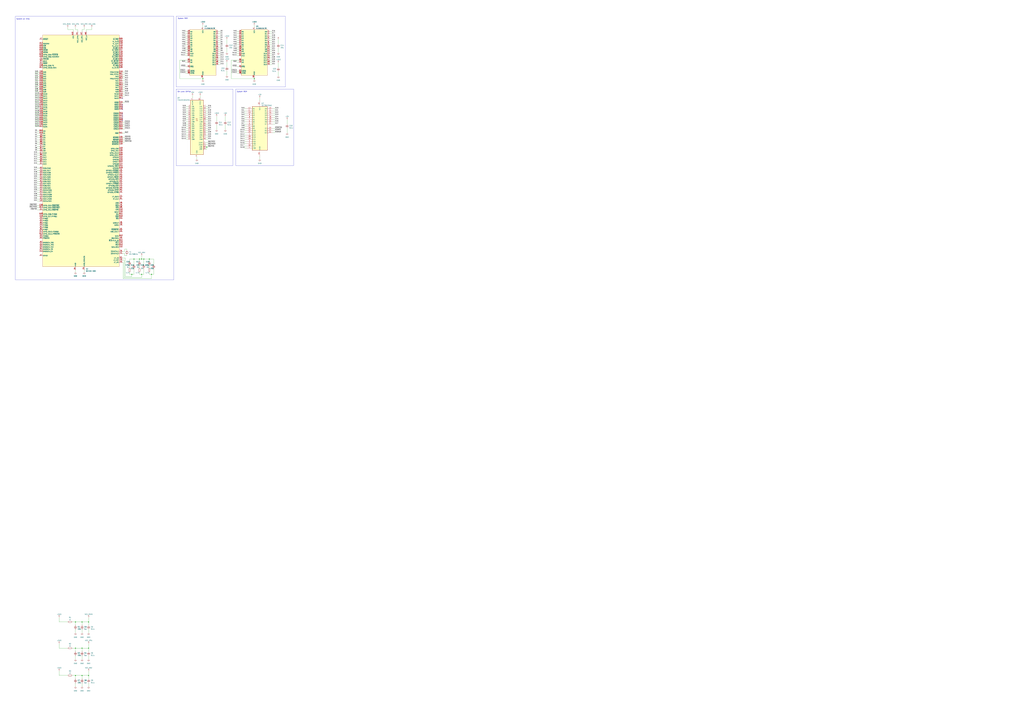
<source format=kicad_sch>
(kicad_sch (version 20230121) (generator eeschema)
  (paper "A0")
  (junction (at 235.585 91.44))
  (junction (at 175.895 318.77))
  (junction (at 102.87 784.86))
  (junction (at 173.355 300.99))
  (junction (at 102.87 722.63))
  (junction (at 95.25 753.11))
  (junction (at 295.275 91.44))
  (junction (at 87.63 784.86))
  (junction (at 87.63 722.63))
  (junction (at 167.005 300.99))
  (junction (at 161.925 300.99))
  (junction (at 153.035 318.77))
  (junction (at 87.63 753.11))
  (junction (at 164.465 300.99))
  (junction (at 102.87 753.11))
  (junction (at 95.25 784.86))
  (junction (at 164.465 318.77))
  (junction (at 155.575 300.99))
  (junction (at 95.25 722.63))
  (junction (at 240.03 170.815))
  (no_connect (at 142.24 134.62))
  (no_connect (at 142.24 114.3))
  (no_connect (at 142.24 124.46))
  (no_connect (at 142.24 139.7))
  (no_connect (at 142.24 137.16))
  (no_connect (at 142.24 121.92))
  (no_connect (at 142.24 127))
  (no_connect (at 142.24 132.08))
  (wire (pts (xy 102.87 753.11) (xy 102.87 756.92)))
  (wire (pts (xy 87.63 731.52) (xy 87.63 735.33)))
  (wire (pts (xy 144.78 289.56) (xy 144.78 292.1)))
  (wire (pts (xy 40.64 114.3) (xy 45.72 114.3)))
  (wire (pts (xy 274.955 62.23) (xy 277.495 62.23)))
  (wire (pts (xy 240.03 173.355) (xy 240.03 170.815)))
  (wire (pts (xy 238.76 136.525) (xy 241.3 136.525)))
  (wire (pts (xy 283.845 144.145) (xy 286.385 144.145)))
  (wire (pts (xy 319.405 131.445) (xy 316.865 131.445)))
  (wire (pts (xy 102.87 784.86) (xy 102.87 788.67)))
  (wire (pts (xy 102.87 731.52) (xy 102.87 735.33)))
  (wire (pts (xy 319.405 133.985) (xy 316.865 133.985)))
  (wire (pts (xy 144.78 99.06) (xy 142.24 99.06)))
  (wire (pts (xy 215.265 54.61) (xy 217.805 54.61)))
  (wire (pts (xy 238.76 146.685) (xy 241.3 146.685)))
  (wire (pts (xy 40.64 88.9) (xy 45.72 88.9)))
  (wire (pts (xy 215.265 62.23) (xy 217.805 62.23)))
  (wire (pts (xy 208.915 69.85) (xy 208.915 91.44)))
  (wire (pts (xy 144.78 111.76) (xy 142.24 111.76)))
  (wire (pts (xy 323.215 83.185) (xy 323.215 88.265)))
  (wire (pts (xy 274.955 82.55) (xy 277.495 82.55)))
  (wire (pts (xy 95.25 34.29) (xy 97.79 34.29)))
  (wire (pts (xy 232.41 111.125) (xy 232.41 113.665)))
  (wire (pts (xy 43.18 182.88) (xy 45.72 182.88)))
  (wire (pts (xy 215.265 49.53) (xy 217.805 49.53)))
  (wire (pts (xy 43.18 195.58) (xy 45.72 195.58)))
  (wire (pts (xy 238.76 141.605) (xy 241.3 141.605)))
  (wire (pts (xy 263.525 45.72) (xy 263.525 50.8)))
  (wire (pts (xy 178.435 300.99) (xy 178.435 307.34)))
  (wire (pts (xy 95.25 784.86) (xy 95.25 788.67)))
  (wire (pts (xy 301.625 182.245) (xy 301.625 184.785)))
  (wire (pts (xy 175.895 318.77) (xy 173.355 318.77)))
  (wire (pts (xy 144.78 91.44) (xy 142.24 91.44)))
  (wire (pts (xy 40.64 127) (xy 45.72 127)))
  (wire (pts (xy 40.64 134.62) (xy 45.72 134.62)))
  (wire (pts (xy 255.905 52.07) (xy 253.365 52.07)))
  (wire (pts (xy 274.955 77.47) (xy 277.495 77.47)))
  (wire (pts (xy 40.64 132.08) (xy 45.72 132.08)))
  (wire (pts (xy 150.495 300.99) (xy 155.575 300.99)))
  (wire (pts (xy 40.64 101.6) (xy 45.72 101.6)))
  (wire (pts (xy 68.58 784.86) (xy 68.58 779.78)))
  (wire (pts (xy 40.64 139.7) (xy 45.72 139.7)))
  (wire (pts (xy 87.63 784.86) (xy 87.63 788.67)))
  (wire (pts (xy 261.62 145.415) (xy 261.62 150.495)))
  (wire (pts (xy 43.18 175.26) (xy 45.72 175.26)))
  (wire (pts (xy 142.24 165.1) (xy 144.78 165.1)))
  (wire (pts (xy 78.74 784.86) (xy 68.58 784.86)))
  (wire (pts (xy 142.24 162.56) (xy 144.78 162.56)))
  (wire (pts (xy 274.955 54.61) (xy 277.495 54.61)))
  (wire (pts (xy 43.18 243.84) (xy 45.72 243.84)))
  (wire (pts (xy 215.9 126.365) (xy 218.44 126.365)))
  (wire (pts (xy 215.265 59.69) (xy 217.805 59.69)))
  (wire (pts (xy 87.63 762) (xy 87.63 765.81)))
  (wire (pts (xy 241.3 168.275) (xy 238.76 168.275)))
  (wire (pts (xy 274.955 57.15) (xy 277.495 57.15)))
  (wire (pts (xy 144.78 109.22) (xy 142.24 109.22)))
  (wire (pts (xy 85.09 34.29) (xy 78.74 34.29)))
  (wire (pts (xy 283.845 126.365) (xy 286.385 126.365)))
  (wire (pts (xy 144.78 86.36) (xy 142.24 86.36)))
  (wire (pts (xy 283.845 151.765) (xy 286.385 151.765)))
  (wire (pts (xy 40.64 142.24) (xy 45.72 142.24)))
  (wire (pts (xy 215.265 52.07) (xy 217.805 52.07)))
  (wire (pts (xy 238.76 126.365) (xy 241.3 126.365)))
  (wire (pts (xy 315.595 57.15) (xy 313.055 57.15)))
  (wire (pts (xy 40.64 83.82) (xy 45.72 83.82)))
  (wire (pts (xy 95.25 36.83) (xy 95.25 34.29)))
  (wire (pts (xy 40.64 129.54) (xy 45.72 129.54)))
  (wire (pts (xy 43.18 198.12) (xy 45.72 198.12)))
  (wire (pts (xy 215.265 77.47) (xy 217.805 77.47)))
  (wire (pts (xy 87.63 313.69) (xy 87.63 316.23)))
  (wire (pts (xy 147.32 295.91) (xy 147.32 297.18)))
  (wire (pts (xy 255.905 59.69) (xy 253.365 59.69)))
  (wire (pts (xy 315.595 52.07) (xy 313.055 52.07)))
  (wire (pts (xy 283.845 133.985) (xy 286.385 133.985)))
  (wire (pts (xy 161.925 303.53) (xy 161.925 300.99)))
  (wire (pts (xy 87.63 722.63) (xy 95.25 722.63)))
  (wire (pts (xy 43.18 187.96) (xy 45.72 187.96)))
  (wire (pts (xy 215.9 128.905) (xy 218.44 128.905)))
  (wire (pts (xy 95.25 753.11) (xy 95.25 756.92)))
  (wire (pts (xy 147.32 289.56) (xy 144.78 289.56)))
  (wire (pts (xy 255.905 64.77) (xy 253.365 64.77)))
  (wire (pts (xy 142.24 147.32) (xy 144.78 147.32)))
  (wire (pts (xy 319.405 139.065) (xy 316.865 139.065)))
  (wire (pts (xy 40.64 106.68) (xy 45.72 106.68)))
  (wire (pts (xy 215.9 146.685) (xy 218.44 146.685)))
  (wire (pts (xy 315.595 54.61) (xy 313.055 54.61)))
  (wire (pts (xy 215.9 133.985) (xy 218.44 133.985)))
  (wire (pts (xy 142.24 119.38) (xy 144.78 119.38)))
  (wire (pts (xy 255.905 67.31) (xy 253.365 67.31)))
  (wire (pts (xy 238.76 144.145) (xy 241.3 144.145)))
  (wire (pts (xy 255.905 46.99) (xy 253.365 46.99)))
  (wire (pts (xy 87.63 34.29) (xy 90.17 34.29)))
  (wire (pts (xy 40.64 121.92) (xy 45.72 121.92)))
  (wire (pts (xy 238.76 173.355) (xy 240.03 173.355)))
  (wire (pts (xy 95.25 753.11) (xy 102.87 753.11)))
  (wire (pts (xy 150.495 318.77) (xy 150.495 316.23)))
  (wire (pts (xy 95.25 722.63) (xy 102.87 722.63)))
  (wire (pts (xy 255.905 44.45) (xy 253.365 44.45)))
  (wire (pts (xy 100.33 36.83) (xy 100.33 34.29)))
  (wire (pts (xy 319.405 136.525) (xy 316.865 136.525)))
  (wire (pts (xy 295.275 90.17) (xy 295.275 91.44)))
  (wire (pts (xy 43.18 241.3) (xy 45.72 241.3)))
  (wire (pts (xy 144.78 101.6) (xy 142.24 101.6)))
  (wire (pts (xy 315.595 44.45) (xy 313.055 44.45)))
  (wire (pts (xy 68.58 753.11) (xy 68.58 748.03)))
  (wire (pts (xy 215.9 151.765) (xy 218.44 151.765)))
  (wire (pts (xy 102.87 762) (xy 102.87 765.81)))
  (wire (pts (xy 283.845 141.605) (xy 286.385 141.605)))
  (wire (pts (xy 315.595 41.91) (xy 313.055 41.91)))
  (wire (pts (xy 255.905 74.93) (xy 253.365 74.93)))
  (wire (pts (xy 274.955 64.77) (xy 277.495 64.77)))
  (wire (pts (xy 238.76 161.925) (xy 241.3 161.925)))
  (wire (pts (xy 323.215 73.025) (xy 323.215 78.105)))
  (wire (pts (xy 43.18 167.64) (xy 45.72 167.64)))
  (wire (pts (xy 142.24 144.78) (xy 144.78 144.78)))
  (wire (pts (xy 144.145 302.26) (xy 142.24 302.26)))
  (wire (pts (xy 215.265 82.55) (xy 217.805 82.55)))
  (wire (pts (xy 97.79 313.69) (xy 97.79 316.23)))
  (wire (pts (xy 315.595 39.37) (xy 313.055 39.37)))
  (wire (pts (xy 283.845 159.385) (xy 286.385 159.385)))
  (wire (pts (xy 238.76 156.845) (xy 241.3 156.845)))
  (wire (pts (xy 147.32 297.18) (xy 144.78 297.18)))
  (wire (pts (xy 40.64 91.44) (xy 45.72 91.44)))
  (wire (pts (xy 102.87 722.63) (xy 102.87 717.55)))
  (wire (pts (xy 274.955 46.99) (xy 277.495 46.99)))
  (wire (pts (xy 215.9 131.445) (xy 218.44 131.445)))
  (wire (pts (xy 215.265 36.83) (xy 217.805 36.83)))
  (wire (pts (xy 87.63 722.63) (xy 87.63 726.44)))
  (wire (pts (xy 43.18 177.8) (xy 45.72 177.8)))
  (wire (pts (xy 40.64 109.22) (xy 45.72 109.22)))
  (wire (pts (xy 316.865 154.305) (xy 319.405 154.305)))
  (wire (pts (xy 150.495 308.61) (xy 150.495 311.15)))
  (wire (pts (xy 283.845 136.525) (xy 286.385 136.525)))
  (wire (pts (xy 142.875 323.85) (xy 142.875 304.8)))
  (wire (pts (xy 251.46 135.255) (xy 251.46 140.335)))
  (wire (pts (xy 173.355 308.61) (xy 173.355 311.15)))
  (wire (pts (xy 78.74 753.11) (xy 68.58 753.11)))
  (wire (pts (xy 208.915 91.44) (xy 235.585 91.44)))
  (wire (pts (xy 255.905 41.91) (xy 253.365 41.91)))
  (wire (pts (xy 144.145 322.58) (xy 144.145 302.26)))
  (wire (pts (xy 315.595 36.83) (xy 313.055 36.83)))
  (wire (pts (xy 255.905 54.61) (xy 253.365 54.61)))
  (wire (pts (xy 263.525 72.39) (xy 263.525 77.47)))
  (wire (pts (xy 43.18 170.18) (xy 45.72 170.18)))
  (wire (pts (xy 319.405 144.145) (xy 316.865 144.145)))
  (wire (pts (xy 315.595 72.39) (xy 313.055 72.39)))
  (wire (pts (xy 283.845 128.905) (xy 286.385 128.905)))
  (wire (pts (xy 85.09 36.83) (xy 85.09 34.29)))
  (wire (pts (xy 40.64 99.06) (xy 45.72 99.06)))
  (wire (pts (xy 255.905 57.15) (xy 253.365 57.15)))
  (wire (pts (xy 274.955 59.69) (xy 277.495 59.69)))
  (wire (pts (xy 255.905 39.37) (xy 253.365 39.37)))
  (wire (pts (xy 43.18 223.52) (xy 45.72 223.52)))
  (wire (pts (xy 150.495 303.53) (xy 150.495 300.99)))
  (wire (pts (xy 255.905 49.53) (xy 253.365 49.53)))
  (wire (pts (xy 261.62 135.255) (xy 261.62 140.335)))
  (wire (pts (xy 100.33 34.29) (xy 106.68 34.29)))
  (wire (pts (xy 43.18 154.94) (xy 45.72 154.94)))
  (wire (pts (xy 43.18 200.66) (xy 45.72 200.66)))
  (wire (pts (xy 319.405 128.905) (xy 316.865 128.905)))
  (wire (pts (xy 238.76 149.225) (xy 241.3 149.225)))
  (wire (pts (xy 83.82 722.63) (xy 87.63 722.63)))
  (wire (pts (xy 316.865 149.225) (xy 319.405 149.225)))
  (wire (pts (xy 90.17 34.29) (xy 90.17 36.83)))
  (wire (pts (xy 215.9 161.925) (xy 218.44 161.925)))
  (wire (pts (xy 173.355 303.53) (xy 173.355 300.99)))
  (wire (pts (xy 274.955 36.83) (xy 277.495 36.83)))
  (wire (pts (xy 315.595 62.23) (xy 313.055 62.23)))
  (wire (pts (xy 144.78 96.52) (xy 142.24 96.52)))
  (wire (pts (xy 102.87 784.86) (xy 102.87 779.78)))
  (wire (pts (xy 142.24 154.94) (xy 144.78 154.94)))
  (wire (pts (xy 43.18 238.76) (xy 45.72 238.76)))
  (wire (pts (xy 144.78 93.98) (xy 142.24 93.98)))
  (wire (pts (xy 283.845 131.445) (xy 286.385 131.445)))
  (wire (pts (xy 144.78 292.1) (xy 142.24 292.1)))
  (wire (pts (xy 301.625 113.665) (xy 301.625 116.205)))
  (wire (pts (xy 161.925 300.99) (xy 164.465 300.99)))
  (wire (pts (xy 178.435 312.42) (xy 178.435 318.77)))
  (wire (pts (xy 238.76 165.735) (xy 241.3 165.735)))
  (wire (pts (xy 167.005 318.77) (xy 164.465 318.77)))
  (wire (pts (xy 283.845 156.845) (xy 286.385 156.845)))
  (wire (pts (xy 43.18 157.48) (xy 45.72 157.48)))
  (wire (pts (xy 40.64 86.36) (xy 45.72 86.36)))
  (wire (pts (xy 40.64 147.32) (xy 45.72 147.32)))
  (wire (pts (xy 283.845 146.685) (xy 286.385 146.685)))
  (wire (pts (xy 43.18 165.1) (xy 45.72 165.1)))
  (wire (pts (xy 43.18 180.34) (xy 45.72 180.34)))
  (wire (pts (xy 153.035 318.77) (xy 150.495 318.77)))
  (wire (pts (xy 315.595 49.53) (xy 313.055 49.53)))
  (wire (pts (xy 145.415 299.72) (xy 142.24 299.72)))
  (wire (pts (xy 167.005 300.99) (xy 173.355 300.99)))
  (wire (pts (xy 283.845 167.005) (xy 286.385 167.005)))
  (wire (pts (xy 95.25 731.52) (xy 95.25 735.33)))
  (wire (pts (xy 43.18 208.28) (xy 45.72 208.28)))
  (wire (pts (xy 102.87 722.63) (xy 102.87 726.44)))
  (wire (pts (xy 215.265 44.45) (xy 217.805 44.45)))
  (wire (pts (xy 240.03 170.815) (xy 238.76 170.815)))
  (wire (pts (xy 283.845 169.545) (xy 286.385 169.545)))
  (wire (pts (xy 164.465 300.99) (xy 167.005 300.99)))
  (wire (pts (xy 144.78 88.9) (xy 142.24 88.9)))
  (wire (pts (xy 295.275 91.44) (xy 295.275 92.71)))
  (wire (pts (xy 238.76 154.305) (xy 241.3 154.305)))
  (wire (pts (xy 40.64 124.46) (xy 45.72 124.46)))
  (wire (pts (xy 40.64 137.16) (xy 45.72 137.16)))
  (wire (pts (xy 175.895 318.77) (xy 175.895 323.85)))
  (wire (pts (xy 43.18 162.56) (xy 45.72 162.56)))
  (wire (pts (xy 87.63 31.75) (xy 87.63 34.29)))
  (wire (pts (xy 241.3 170.815) (xy 240.03 170.815)))
  (wire (pts (xy 295.275 29.21) (xy 295.275 31.75)))
  (wire (pts (xy 43.18 213.36) (xy 45.72 213.36)))
  (wire (pts (xy 268.605 91.44) (xy 295.275 91.44)))
  (wire (pts (xy 238.76 151.765) (xy 241.3 151.765)))
  (wire (pts (xy 316.865 151.765) (xy 319.405 151.765)))
  (wire (pts (xy 95.25 784.86) (xy 102.87 784.86)))
  (wire (pts (xy 145.415 321.31) (xy 145.415 299.72)))
  (wire (pts (xy 238.76 139.065) (xy 241.3 139.065)))
  (wire (pts (xy 215.9 156.845) (xy 218.44 156.845)))
  (wire (pts (xy 95.25 762) (xy 95.25 765.81)))
  (wire (pts (xy 144.78 104.14) (xy 142.24 104.14)))
  (wire (pts (xy 274.955 41.91) (xy 277.495 41.91)))
  (wire (pts (xy 106.68 31.75) (xy 106.68 34.29)))
  (wire (pts (xy 228.6 182.245) (xy 228.6 184.785)))
  (wire (pts (xy 43.18 190.5) (xy 45.72 190.5)))
  (wire (pts (xy 142.875 304.8) (xy 142.24 304.8)))
  (wire (pts (xy 142.24 149.86) (xy 144.78 149.86)))
  (wire (pts (xy 164.465 318.77) (xy 161.925 318.77)))
  (wire (pts (xy 40.64 104.14) (xy 45.72 104.14)))
  (wire (pts (xy 144.78 83.82) (xy 142.24 83.82)))
  (wire (pts (xy 251.46 145.415) (xy 251.46 150.495)))
  (wire (pts (xy 43.18 185.42) (xy 45.72 185.42)))
  (wire (pts (xy 68.58 722.63) (xy 68.58 717.55)))
  (wire (pts (xy 319.405 126.365) (xy 316.865 126.365)))
  (wire (pts (xy 43.18 152.4) (xy 45.72 152.4)))
  (wire (pts (xy 142.24 142.24) (xy 144.78 142.24)))
  (wire (pts (xy 283.845 164.465) (xy 286.385 164.465)))
  (wire (pts (xy 43.18 203.2) (xy 45.72 203.2)))
  (wire (pts (xy 155.575 312.42) (xy 155.575 318.77)))
  (wire (pts (xy 215.9 154.305) (xy 218.44 154.305)))
  (wire (pts (xy 43.18 218.44) (xy 45.72 218.44)))
  (wire (pts (xy 78.74 722.63) (xy 68.58 722.63)))
  (wire (pts (xy 142.24 294.64) (xy 144.78 294.64)))
  (wire (pts (xy 215.265 85.09) (xy 217.805 85.09)))
  (wire (pts (xy 238.76 131.445) (xy 241.3 131.445)))
  (wire (pts (xy 102.87 793.75) (xy 102.87 797.56)))
  (wire (pts (xy 263.525 82.55) (xy 263.525 87.63)))
  (wire (pts (xy 235.585 29.21) (xy 235.585 31.75)))
  (wire (pts (xy 238.76 159.385) (xy 241.3 159.385)))
  (wire (pts (xy 87.63 753.11) (xy 95.25 753.11)))
  (wire (pts (xy 255.905 62.23) (xy 253.365 62.23)))
  (wire (pts (xy 283.845 149.225) (xy 286.385 149.225)))
  (wire (pts (xy 87.63 793.75) (xy 87.63 797.56)))
  (wire (pts (xy 283.845 139.065) (xy 286.385 139.065)))
  (wire (pts (xy 175.895 323.85) (xy 142.875 323.85)))
  (wire (pts (xy 40.64 93.98) (xy 45.72 93.98)))
  (wire (pts (xy 215.9 149.225) (xy 218.44 149.225)))
  (wire (pts (xy 215.265 64.77) (xy 217.805 64.77)))
  (wire (pts (xy 142.24 160.02) (xy 144.78 160.02)))
  (wire (pts (xy 164.465 322.58) (xy 144.145 322.58)))
  (wire (pts (xy 238.76 128.905) (xy 241.3 128.905)))
  (wire (pts (xy 215.9 136.525) (xy 218.44 136.525)))
  (wire (pts (xy 147.32 290.83) (xy 147.32 289.56)))
  (wire (pts (xy 102.87 753.11) (xy 102.87 748.03)))
  (wire (pts (xy 235.585 91.44) (xy 235.585 92.71)))
  (wire (pts (xy 215.265 57.15) (xy 217.805 57.15)))
  (wire (pts (xy 164.465 297.18) (xy 164.465 300.99)))
  (wire (pts (xy 215.9 141.605) (xy 218.44 141.605)))
  (wire (pts (xy 78.74 31.75) (xy 78.74 34.29)))
  (wire (pts (xy 40.64 111.76) (xy 45.72 111.76)))
  (wire (pts (xy 40.64 144.78) (xy 45.72 144.78)))
  (wire (pts (xy 238.76 133.985) (xy 241.3 133.985)))
  (wire (pts (xy 319.405 141.605) (xy 316.865 141.605)))
  (wire (pts (xy 87.63 753.11) (xy 87.63 756.92)))
  (wire (pts (xy 315.595 74.93) (xy 313.055 74.93)))
  (wire (pts (xy 43.18 226.06) (xy 45.72 226.06)))
  (wire (pts (xy 274.955 72.39) (xy 277.495 72.39)))
  (wire (pts (xy 40.64 116.84) (xy 45.72 116.84)))
  (wire (pts (xy 153.035 321.31) (xy 145.415 321.31)))
  (wire (pts (xy 83.82 753.11) (xy 87.63 753.11)))
  (wire (pts (xy 274.955 85.09) (xy 277.495 85.09)))
  (wire (pts (xy 43.18 215.9) (xy 45.72 215.9)))
  (wire (pts (xy 215.265 46.99) (xy 217.805 46.99)))
  (wire (pts (xy 238.76 123.825) (xy 241.3 123.825)))
  (wire (pts (xy 215.9 144.145) (xy 218.44 144.145)))
  (wire (pts (xy 268.605 69.85) (xy 268.605 91.44)))
  (wire (pts (xy 155.575 300.99) (xy 155.575 307.34)))
  (wire (pts (xy 323.215 45.72) (xy 323.215 50.8)))
  (wire (pts (xy 144.78 297.18) (xy 144.78 294.64)))
  (wire (pts (xy 43.18 172.72) (xy 45.72 172.72)))
  (wire (pts (xy 95.25 793.75) (xy 95.25 797.56)))
  (wire (pts (xy 283.845 161.925) (xy 286.385 161.925)))
  (wire (pts (xy 43.18 233.68) (xy 45.72 233.68)))
  (wire (pts (xy 315.595 64.77) (xy 313.055 64.77)))
  (wire (pts (xy 83.82 784.86) (xy 87.63 784.86)))
  (wire (pts (xy 43.18 210.82) (xy 45.72 210.82)))
  (wire (pts (xy 277.495 69.85) (xy 268.605 69.85)))
  (wire (pts (xy 43.18 160.02) (xy 45.72 160.02)))
  (wire (pts (xy 315.595 69.85) (xy 313.055 69.85)))
  (wire (pts (xy 333.375 149.225) (xy 333.375 154.305)))
  (wire (pts (xy 87.63 784.86) (xy 95.25 784.86)))
  (wire (pts (xy 178.435 318.77) (xy 175.895 318.77)))
  (wire (pts (xy 255.905 69.85) (xy 253.365 69.85)))
  (wire (pts (xy 235.585 90.17) (xy 235.585 91.44)))
  (wire (pts (xy 283.845 154.305) (xy 286.385 154.305)))
  (wire (pts (xy 173.355 300.99) (xy 178.435 300.99)))
  (wire (pts (xy 333.375 139.065) (xy 333.375 144.145)))
  (wire (pts (xy 215.9 159.385) (xy 218.44 159.385)))
  (wire (pts (xy 40.64 119.38) (xy 45.72 119.38)))
  (wire (pts (xy 215.265 72.39) (xy 217.805 72.39)))
  (wire (pts (xy 43.18 228.6) (xy 45.72 228.6)))
  (wire (pts (xy 283.845 172.085) (xy 286.385 172.085)))
  (wire (pts (xy 263.525 55.88) (xy 263.525 60.96)))
  (wire (pts (xy 43.18 220.98) (xy 45.72 220.98)))
  (wire (pts (xy 274.955 39.37) (xy 277.495 39.37)))
  (wire (pts (xy 167.005 312.42) (xy 167.005 318.77)))
  (wire (pts (xy 215.9 123.825) (xy 218.44 123.825)))
  (wire (pts (xy 161.925 308.61) (xy 161.925 311.15)))
  (wire (pts (xy 215.265 39.37) (xy 217.805 39.37)))
  (wire (pts (xy 255.905 72.39) (xy 253.365 72.39)))
  (wire (pts (xy 223.52 111.125) (xy 223.52 113.665)))
  (wire (pts (xy 323.215 55.88) (xy 323.215 60.96)))
  (wire (pts (xy 97.79 31.75) (xy 97.79 34.29)))
  (wire (pts (xy 217.805 69.85) (xy 208.915 69.85)))
  (wire (pts (xy 167.005 300.99) (xy 167.005 307.34)))
  (wire (pts (xy 255.905 36.83) (xy 253.365 36.83)))
  (wire (pts (xy 161.925 318.77) (xy 161.925 316.23)))
  (wire (pts (xy 164.465 318.77) (xy 164.465 322.58)))
  (wire (pts (xy 173.355 318.77) (xy 173.355 316.23)))
  (wire (pts (xy 274.955 44.45) (xy 277.495 44.45)))
  (wire (pts (xy 315.595 59.69) (xy 313.055 59.69)))
  (wire (pts (xy 315.595 46.99) (xy 313.055 46.99)))
  (wire (pts (xy 144.78 106.68) (xy 142.24 106.68)))
  (wire (pts (xy 40.64 96.52) (xy 45.72 96.52)))
  (wire (pts (xy 215.265 41.91) (xy 217.805 41.91)))
  (wire (pts (xy 95.25 722.63) (xy 95.25 726.44)))
  (wire (pts (xy 315.595 67.31) (xy 313.055 67.31)))
  (wire (pts (xy 215.9 139.065) (xy 218.44 139.065)))
  (wire (pts (xy 43.18 231.14) (xy 45.72 231.14)))
  (wire (pts (xy 274.955 52.07) (xy 277.495 52.07)))
  (wire (pts (xy 43.18 205.74) (xy 45.72 205.74)))
  (wire (pts (xy 155.575 300.99) (xy 161.925 300.99)))
  (wire (pts (xy 274.955 49.53) (xy 277.495 49.53)))
  (wire (pts (xy 153.035 318.77) (xy 153.035 321.31)))
  (wire (pts (xy 155.575 318.77) (xy 153.035 318.77)))
  (rectangle (start 204.47 103.505) (end 270.51 192.405))
  (rectangle (start 17.78 19.05) (end 201.93 325.12))
  (rectangle (start 273.685 103.505) (end 340.995 192.405))
  (rectangle (start 204.47 19.05) (end 331.47 100.965))
  (text "System on Chip" (at 19.05 22.86 0) (effects (font (size 1.27 1.27)) (justify left bottom)))
  (text "System RAM" (at 206.375 22.225 0) (effects (font (size 1.27 1.27)) (justify left bottom)))
  (text "System ROM" (at 274.955 107.315 0) (effects (font (size 1.27 1.27)) (justify left bottom)))
  (text "ISA Level Shifter" (at 205.74 107.315 0) (effects (font (size 1.27 1.27)) (justify left bottom)))
  (label "MA4" (at 215.265 46.99 180))
  (label "SA8" (at 283.845 146.685 180))
  (label "~{DBUFRDH}" (at 241.3 168.275 0))
  (label "D21" (at 241.3 136.525 0))
  (label "D12" (at 43.18 182.88 180))
  (label "SA1" (at 283.845 128.905 180))
  (label "MA9" (at 215.265 59.69 180))
  (label "SD6" (at 319.405 141.605 0))
  (label "D14" (at 43.18 187.96 180))
  (label "MA3" (at 144.78 91.44 0))
  (label "SA13" (at 283.845 159.385 180))
  (label "MA2" (at 144.78 88.9 0))
  (label "D2" (at 43.18 157.48 180))
  (label "SA9" (at 40.64 106.68 0))
  (label "SA11" (at 283.845 154.305 180))
  (label "D24" (at 43.18 215.9 180))
  (label "SA1" (at 40.64 86.36 0))
  (label "D27" (at 241.3 151.765 0))
  (label "D16" (at 241.3 123.825 0))
  (label "D15" (at 43.18 190.5 180))
  (label "MA6" (at 215.265 52.07 180))
  (label "~{MWE}" (at 274.955 72.39 180))
  (label "SD7" (at 215.9 141.605 180))
  (label "SD11" (at 215.9 151.765 180))
  (label "D29" (at 43.18 228.6 180))
  (label "MA7" (at 274.955 54.61 180))
  (label "D9" (at 43.18 175.26 180))
  (label "D24" (at 315.595 57.15 0))
  (label "SA2" (at 40.64 88.9 0))
  (label "D11" (at 255.905 64.77 0))
  (label "D17" (at 315.595 39.37 0))
  (label "MA8" (at 144.78 104.14 0))
  (label "SA23" (at 40.64 142.24 0))
  (label "SD3" (at 319.405 133.985 0))
  (label "MA5" (at 144.78 96.52 0))
  (label "SD8" (at 215.9 144.145 180))
  (label "~{CASL3}" (at 144.78 149.86 0))
  (label "D19" (at 43.18 203.2 180))
  (label "~{RAS0}" (at 144.78 119.38 0))
  (label "D28" (at 315.595 67.31 0))
  (label "D10" (at 255.905 62.23 0))
  (label "D24" (at 241.3 144.145 0))
  (label "SA10" (at 40.64 109.22 0))
  (label "SA7" (at 40.64 101.6 0))
  (label "MA11" (at 274.955 64.77 180))
  (label "SA15" (at 283.845 164.465 180))
  (label "~{ROMWR}" (at 144.78 162.56 0))
  (label "D21" (at 315.595 49.53 0))
  (label "D18" (at 315.595 41.91 0))
  (label "MA7" (at 215.265 54.61 180))
  (label "SD7" (at 319.405 144.145 0))
  (label "MA9" (at 144.78 106.68 0))
  (label "D25" (at 315.595 59.69 0))
  (label "SD9" (at 215.9 146.685 180))
  (label "SA16" (at 283.845 167.005 180))
  (label "D5" (at 43.18 165.1 180))
  (label "D28" (at 43.18 226.06 180))
  (label "SD10" (at 215.9 149.225 180))
  (label "D31" (at 43.18 233.68 180))
  (label "~{RAS0}" (at 274.955 77.47 180))
  (label "~{CASL2}" (at 274.955 85.09 180))
  (label "D16" (at 315.595 36.83 0))
  (label "MA1" (at 144.78 86.36 0))
  (label "SA5" (at 283.845 139.065 180))
  (label "D11" (at 43.18 180.34 180))
  (label "D25" (at 43.18 218.44 180))
  (label "SA9" (at 283.845 149.225 180))
  (label "SA3" (at 40.64 91.44 0))
  (label "D23" (at 315.595 54.61 0))
  (label "MA10" (at 215.265 62.23 180))
  (label "D18" (at 43.18 200.66 180))
  (label "SA3" (at 283.845 133.985 180))
  (label "D28" (at 241.3 154.305 0))
  (label "~{ROMCS0}" (at 319.405 149.225 0))
  (label "D19" (at 241.3 131.445 0))
  (label "D13" (at 255.905 69.85 0))
  (label "~{CASL0}" (at 144.78 142.24 0))
  (label "D8" (at 43.18 172.72 180))
  (label "~{ROMCS0}" (at 144.78 165.1 0))
  (label "SA21" (at 40.64 137.16 0))
  (label "D25" (at 241.3 146.685 0))
  (label "MA3" (at 274.955 44.45 180))
  (label "MA11" (at 144.78 111.76 0))
  (label "MA0" (at 215.265 36.83 180))
  (label "D22" (at 315.595 52.07 0))
  (label "D17" (at 241.3 126.365 0))
  (label "SD0" (at 319.405 126.365 0))
  (label "MA9" (at 274.955 59.69 180))
  (label "D30" (at 241.3 159.385 0))
  (label "D23" (at 241.3 141.605 0))
  (label "SA22" (at 40.64 139.7 0))
  (label "D10" (at 43.18 177.8 180))
  (label "D6" (at 255.905 52.07 0))
  (label "SA20" (at 40.64 134.62 0))
  (label "~{CASL1}" (at 144.78 144.78 0))
  (label "D6" (at 43.18 167.64 180))
  (label "D3" (at 255.905 44.45 0))
  (label "D21" (at 43.18 208.28 180))
  (label "D20" (at 315.595 46.99 0))
  (label "SA16" (at 40.64 124.46 0))
  (label "SA14" (at 40.64 119.38 0))
  (label "D19" (at 315.595 44.45 0))
  (label "D2" (at 255.905 41.91 0))
  (label "D27" (at 43.18 223.52 180))
  (label "MA4" (at 274.955 46.99 180))
  (label "D0" (at 43.18 152.4 180))
  (label "MA5" (at 274.955 49.53 180))
  (label "~{CASL1}" (at 215.265 82.55 180))
  (label "SD12" (at 215.9 154.305 180))
  (label "~{MWE}" (at 215.265 72.39 180))
  (label "D1" (at 43.18 154.94 180))
  (label "MA3" (at 215.265 44.45 180))
  (label "D26" (at 315.595 62.23 0))
  (label "MA10" (at 144.78 109.22 0))
  (label "MA8" (at 274.955 57.15 180))
  (label "SD14" (at 215.9 159.385 180))
  (label "D20" (at 241.3 133.985 0))
  (label "D29" (at 315.595 69.85 0))
  (label "SD2" (at 215.9 128.905 180))
  (label "D17" (at 43.18 198.12 180))
  (label "SA11" (at 40.64 111.76 0))
  (label "SA12" (at 283.845 156.845 180))
  (label "D13" (at 43.18 185.42 180))
  (label "SD2" (at 319.405 131.445 0))
  (label "~{DBUFOE}" (at 43.18 243.84 180))
  (label "SA17" (at 40.64 127 0))
  (label "SD3" (at 215.9 131.445 180))
  (label "D3" (at 43.18 160.02 180))
  (label "D1" (at 255.905 39.37 0))
  (label "SD6" (at 215.9 139.065 180))
  (label "D30" (at 43.18 231.14 180))
  (label "MA8" (at 215.265 57.15 180))
  (label "D31" (at 241.3 161.925 0))
  (label "SA10" (at 283.845 151.765 180))
  (label "D9" (at 255.905 59.69 0))
  (label "~{DBUFOE}" (at 241.3 170.815 0))
  (label "SA0" (at 40.64 83.82 0))
  (label "SD15" (at 215.9 161.925 180))
  (label "MA5" (at 215.265 49.53 180))
  (label "D5" (at 255.905 49.53 0))
  (label "SA8" (at 40.64 104.14 0))
  (label "D22" (at 241.3 139.065 0))
  (label "SD5" (at 215.9 136.525 180))
  (label "~{ROMRD}" (at 144.78 160.02 0))
  (label "SA17" (at 283.845 169.545 180))
  (label "D27" (at 315.595 64.77 0))
  (label "SA18" (at 40.64 129.54 0))
  (label "~{CASL2}" (at 144.78 147.32 0))
  (label "SD1" (at 319.405 128.905 0))
  (label "D22" (at 43.18 210.82 180))
  (label "MA1" (at 274.955 39.37 180))
  (label "SD1" (at 215.9 126.365 180))
  (label "~{CASL0}" (at 215.265 85.09 180))
  (label "D15" (at 255.905 74.93 0))
  (label "~{RAS0}" (at 215.265 77.47 180))
  (label "D29" (at 241.3 156.845 0))
  (label "SD4" (at 319.405 136.525 0))
  (label "~{DBUFRDL}" (at 43.18 238.76 180))
  (label "~{CASL3}" (at 274.955 82.55 180))
  (label "~{ROMWR}" (at 319.405 154.305 0))
  (label "SA18" (at 283.845 172.085 180))
  (label "SA6" (at 40.64 99.06 0))
  (label "SD13" (at 215.9 156.845 180))
  (label "SA4" (at 283.845 136.525 180))
  (label "D16" (at 43.18 195.58 180))
  (label "MA0" (at 144.78 83.82 0))
  (label "D8" (at 255.905 57.15 0))
  (label "SA2" (at 283.845 131.445 180))
  (label "D7" (at 43.18 170.18 180))
  (label "MA2" (at 215.265 41.91 180))
  (label "MA10" (at 274.955 62.23 180))
  (label "D0" (at 255.905 36.83 0))
  (label "SA25" (at 40.64 147.32 0))
  (label "SD0" (at 215.9 123.825 180))
  (label "SA15" (at 40.64 121.92 0))
  (label "D14" (at 255.905 72.39 0))
  (label "D12" (at 255.905 67.31 0))
  (label "SA12" (at 40.64 114.3 0))
  (label "~{ROMRD}" (at 319.405 151.765 0))
  (label "SA6" (at 283.845 141.605 180))
  (label "D4" (at 255.905 46.99 0))
  (label "SA13" (at 40.64 116.84 0))
  (label "MA0" (at 274.955 36.83 180))
  (label "D31" (at 315.595 74.93 0))
  (label "D18" (at 241.3 128.905 0))
  (label "SA24" (at 40.64 144.78 0))
  (label "SA0" (at 283.845 126.365 180))
  (label "SA14" (at 283.845 161.925 180))
  (label "MA2" (at 274.955 41.91 180))
  (label "D23" (at 43.18 213.36 180))
  (label "~{DBUFRDH}" (at 43.18 241.3 180))
  (label "~{MWE}" (at 144.78 154.94 0))
  (label "SA5" (at 40.64 96.52 0))
  (label "MA11" (at 215.265 64.77 180))
  (label "MA6" (at 144.78 99.06 0))
  (label "SA4" (at 40.64 93.98 0))
  (label "D26" (at 43.18 220.98 180))
  (label "D26" (at 241.3 149.225 0))
  (label "D4" (at 43.18 162.56 180))
  (label "MA7" (at 144.78 101.6 0))
  (label "D30" (at 315.595 72.39 0))
  (label "MA1" (at 215.265 39.37 180))
  (label "SD4" (at 215.9 133.985 180))
  (label "~{DBUFRDL}" (at 241.3 165.735 0))
  (label "SA7" (at 283.845 144.145 180))
  (label "D7" (at 255.905 54.61 0))
  (label "MA4" (at 144.78 93.98 0))
  (label "MA6" (at 274.955 52.07 180))
  (label "D20" (at 43.18 205.74 180))
  (label "SD5" (at 319.405 139.065 0))
  (label "SA19" (at 40.64 132.08 0))
  (symbol (lib_id "Device:C_Small") (at 173.355 306.07 0) (unit 1)
    (property "Reference" "C19" (at 169.545 304.165 0) (effects (justify left)))
    (property "Value" "330p" (at 168.275 307.975 0) (effects (justify left)))
  )
  (symbol (lib_id "power:+3V3") (at 323.215 73.025 0) (mirror y) (unit 1)
    (property "Reference" "#PWR044" (effects hide))
    (property "Value" "+3V3" (at 323.215 69.215 0))
  )
  (symbol (lib_id "Device:R_Small") (at 81.28 784.86 90) (unit 1)
    (property "Reference" "R3" (at 81.28 779.78 90))
    (property "Value" "0" (at 81.28 782.32 90))
  )
  (symbol (lib_id "Device:C_Small") (at 87.63 791.21 0) (unit 1)
    (property "Reference" "C7" (at 90.17 790.5813 0) (effects (justify left)))
    (property "Value" "10u" (at 90.17 793.1213 0) (effects (justify left)))
  )
  (symbol (lib_id "power:GND") (at 263.525 60.96 0) (unit 1)
    (property "Reference" "#PWR035" (effects hide))
    (property "Value" "GND" (at 263.525 66.04 0))
  )
  (symbol (lib_id "486Parts:K4E661612B") (at 295.275 57.15 0) (unit 1)
    (property "Reference" "U5" (at 297.2309 30.48 0) (effects (justify left)))
    (property "Value" "K4E661612B" (at 297.2309 33.02 0) (effects (justify left)))
    (property "Datasheet" "https://raw.githubusercontent.com/Ilikemining1/Tiny486/main/Datasheets/K4E661612B.PDF" (effects hide))
  )
  (symbol (lib_id "power:GND") (at 102.87 735.33 0) (unit 1)
    (property "Reference" "#PWR013" (effects hide))
    (property "Value" "GND" (at 102.87 740.41 0))
  )
  (symbol (lib_id "Device:C_Small") (at 102.87 728.98 0) (unit 1)
    (property "Reference" "C5" (at 105.41 728.3513 0) (effects (justify left)))
    (property "Value" "0.1u" (at 105.41 730.8913 0) (effects (justify left)))
  )
  (symbol (lib_id "486Parts:VCC_ANA") (at 164.465 297.18 0) (unit 1)
    (property "Reference" "#PWR041" (effects hide))
    (property "Value" "VCC_ANA" (at 164.465 293.37 0))
  )
  (symbol (lib_id "Device:C_Small") (at 261.62 142.875 0) (unit 1)
    (property "Reference" "C12" (at 264.16 142.2463 0) (effects (justify left)))
    (property "Value" "0.1u" (at 264.16 144.7863 0) (effects (justify left)))
  )
  (symbol (lib_id "Device:C_Small") (at 95.25 728.98 0) (unit 1)
    (property "Reference" "C3" (at 97.79 728.3513 0) (effects (justify left)))
    (property "Value" "1u" (at 97.79 730.8913 0) (effects (justify left)))
  )
  (symbol (lib_id "Device:R_Small") (at 81.28 753.11 90) (unit 1)
    (property "Reference" "R2" (at 81.28 748.03 90))
    (property "Value" "0" (at 81.28 750.57 90))
  )
  (symbol (lib_id "power:GND") (at 102.87 765.81 0) (unit 1)
    (property "Reference" "#PWR015" (effects hide))
    (property "Value" "GND" (at 102.87 770.89 0))
  )
  (symbol (lib_id "Device:C_Small") (at 150.495 306.07 0) (unit 1)
    (property "Reference" "C15" (at 146.685 304.165 0) (effects (justify left)))
    (property "Value" "470p" (at 145.415 307.975 0) (effects (justify left)))
  )
  (symbol (lib_id "486Parts:VCC_MAIN") (at 78.74 31.75 0) (unit 1)
    (property "Reference" "#PWR01" (effects hide))
    (property "Value" "VCC_MAIN" (at 77.47 27.94 0))
  )
  (symbol (lib_id "power:GND") (at 251.46 150.495 0) (unit 1)
    (property "Reference" "#PWR029" (effects hide))
    (property "Value" "GND" (at 251.46 155.575 0))
  )
  (symbol (lib_id "power:GND") (at 87.63 797.56 0) (unit 1)
    (property "Reference" "#PWR017" (effects hide))
    (property "Value" "GND" (at 87.63 802.64 0))
  )
  (symbol (lib_id "Device:C_Small") (at 155.575 309.88 0) (unit 1)
    (property "Reference" "C16" (at 151.765 307.975 0) (effects (justify left)))
    (property "Value" "22p" (at 151.765 311.785 0) (effects (justify left)))
  )
  (symbol (lib_id "power:GND") (at 228.6 184.785 0) (unit 1)
    (property "Reference" "#PWR021" (effects hide))
    (property "Value" "GND" (at 228.6 189.865 0))
  )
  (symbol (lib_id "power:+3V3") (at 323.215 45.72 0) (unit 1)
    (property "Reference" "#PWR038" (effects hide))
    (property "Value" "+3V3" (effects hide))
  )
  (symbol (lib_id "power:GND") (at 95.25 735.33 0) (unit 1)
    (property "Reference" "#PWR010" (effects hide))
    (property "Value" "GND" (at 95.25 740.41 0))
  )
  (symbol (lib_id "power:GND") (at 295.275 92.71 0) (unit 1)
    (property "Reference" "#PWR037" (effects hide))
    (property "Value" "GND" (at 295.275 97.79 0))
  )
  (symbol (lib_id "Device:C_Small") (at 263.525 80.01 0) (mirror y) (unit 1)
    (property "Reference" "C21" (at 260.985 79.3813 0) (effects (justify left)))
    (property "Value" "0.1u" (at 260.985 81.9213 0) (effects (justify left)))
  )
  (symbol (lib_id "power:GND") (at 301.625 184.785 0) (unit 1)
    (property "Reference" "#PWR025" (effects hide))
    (property "Value" "GND" (at 301.625 189.865 0))
  )
  (symbol (lib_id "power:+3V3") (at 68.58 717.55 0) (unit 1)
    (property "Reference" "#PWR06" (effects hide))
    (property "Value" "+3V3" (at 68.58 713.74 0))
  )
  (symbol (lib_id "Device:C_Small") (at 95.25 791.21 0) (unit 1)
    (property "Reference" "C8" (at 97.79 790.5813 0) (effects (justify left)))
    (property "Value" "1u" (at 97.79 793.1213 0) (effects (justify left)))
  )
  (symbol (lib_id "Device:R_Small") (at 81.28 722.63 90) (unit 1)
    (property "Reference" "R1" (at 81.28 717.55 90))
    (property "Value" "0" (at 81.28 720.09 90))
  )
  (symbol (lib_id "Device:C_Small") (at 323.215 53.34 0) (unit 1)
    (property "Reference" "C14" (at 325.755 52.7113 0) (effects (justify left)))
    (property "Value" "10u" (at 325.755 55.2513 0) (effects (justify left)))
  )
  (symbol (lib_id "power:+5V") (at 223.52 111.125 0) (unit 1)
    (property "Reference" "#PWR022" (effects hide))
    (property "Value" "+5V" (at 223.52 107.315 0))
  )
  (symbol (lib_id "486Parts:VCC_ANA") (at 106.68 31.75 0) (unit 1)
    (property "Reference" "#PWR05" (effects hide))
    (property "Value" "VCC_ANA" (at 106.68 27.94 0))
  )
  (symbol (lib_id "486Parts:VCC_MAIN") (at 102.87 717.55 0) (unit 1)
    (property "Reference" "#PWR012" (effects hide))
    (property "Value" "VCC_MAIN" (at 102.87 713.74 0))
  )
  (symbol (lib_id "Device:C_Small") (at 323.215 80.645 0) (mirror y) (unit 1)
    (property "Reference" "C22" (at 320.675 80.0163 0) (effects (justify left)))
    (property "Value" "0.1u" (at 320.675 82.5563 0) (effects (justify left)))
  )
  (symbol (lib_id "Device:C_Small") (at 95.25 759.46 0) (unit 1)
    (property "Reference" "C4" (at 97.79 758.8313 0) (effects (justify left)))
    (property "Value" "1u" (at 97.79 761.3713 0) (effects (justify left)))
  )
  (symbol (lib_id "Device:R_Small") (at 173.355 313.69 0) (unit 1)
    (property "Reference" "R6" (at 170.18 310.515 0) (effects (justify left)))
    (property "Value" "4.7k" (at 168.91 316.865 0) (effects (justify left)))
  )
  (symbol (lib_id "486Parts:VCC_RTC") (at 97.79 31.75 0) (unit 1)
    (property "Reference" "#PWR04" (effects hide))
    (property "Value" "VCC_RTC" (at 97.79 27.94 0))
  )
  (symbol (lib_id "Device:C_Small") (at 167.005 309.88 180) (unit 1)
    (property "Reference" "C18" (at 163.195 307.975 0) (effects (justify right)))
    (property "Value" "1n" (at 163.83 311.785 0) (effects (justify right)))
  )
  (symbol (lib_id "power:GND") (at 323.215 60.96 0) (unit 1)
    (property "Reference" "#PWR039" (effects hide))
    (property "Value" "GND" (at 323.215 66.04 0))
  )
  (symbol (lib_id "power:GND") (at 102.87 797.56 0) (unit 1)
    (property "Reference" "#PWR020" (effects hide))
    (property "Value" "GND" (at 102.87 802.64 0))
  )
  (symbol (lib_id "486Parts:SC410-100") (at 92.71 165.1 0) (unit 1)
    (property "Reference" "U1" (at 99.7459 312.42 0) (effects (justify left)))
    (property "Value" "SC410-100" (at 99.7459 314.96 0) (effects (justify left)))
    (property "Footprint" "486Parts:SC410_BGA292" (effects hide))
    (property "Datasheet" "https://raw.githubusercontent.com/Ilikemining1/Tiny486/main/Datasheets/21028.pdf" (effects hide))
  )
  (symbol (lib_id "Device:R_Small") (at 161.925 313.69 0) (unit 1)
    (property "Reference" "R5" (at 158.75 310.515 0) (effects (justify left)))
    (property "Value" "4.7k" (at 157.48 316.865 0) (effects (justify left)))
  )
  (symbol (lib_id "power:GND") (at 333.375 154.305 0) (unit 1)
    (property "Reference" "#PWR026" (effects hide))
    (property "Value" "GND" (at 333.375 159.385 0))
  )
  (symbol (lib_id "power:GND") (at 261.62 150.495 0) (unit 1)
    (property "Reference" "#PWR031" (effects hide))
    (property "Value" "GND" (at 261.62 155.575 0))
  )
  (symbol (lib_id "Device:C_Small") (at 102.87 791.21 0) (unit 1)
    (property "Reference" "C9" (at 105.41 790.5813 0) (effects (justify left)))
    (property "Value" "0.1u" (at 105.41 793.1213 0) (effects (justify left)))
  )
  (symbol (lib_id "power:+3V3") (at 295.275 29.21 0) (unit 1)
    (property "Reference" "#PWR036" (effects hide))
    (property "Value" "+3V3" (at 295.275 25.4 0))
  )
  (symbol (lib_id "Device:C_Small") (at 333.375 146.685 0) (unit 1)
    (property "Reference" "C10" (at 335.915 146.0563 0) (effects (justify left)))
    (property "Value" "0.1u" (at 335.915 148.5963 0) (effects (justify left)))
  )
  (symbol (lib_id "Device:R_Small") (at 150.495 313.69 0) (unit 1)
    (property "Reference" "R4" (at 147.32 310.515 0) (effects (justify left)))
    (property "Value" "4.7k" (at 146.05 316.865 0) (effects (justify left)))
  )
  (symbol (lib_id "power:GND") (at 97.79 316.23 0) (unit 1)
    (property "Reference" "#PWR040" (effects hide))
    (property "Value" "GND" (at 97.79 320.675 0))
  )
  (symbol (lib_id "Device:Crystal_Small") (at 147.32 293.37 90) (unit 1)
    (property "Reference" "Y1" (at 149.86 292.735 90) (effects (justify right)))
    (property "Value" "32.768kHz" (at 149.86 295.275 90) (effects (justify right)))
  )
  (symbol (lib_id "power:GND") (at 95.25 765.81 0) (unit 1)
    (property "Reference" "#PWR011" (effects hide))
    (property "Value" "GND" (at 95.25 770.89 0))
  )
  (symbol (lib_id "Device:C_Small") (at 178.435 309.88 0) (unit 1)
    (property "Reference" "C20" (at 174.625 307.975 0) (effects (justify left)))
    (property "Value" "15p" (at 174.625 311.785 0) (effects (justify left)))
  )
  (symbol (lib_id "Device:C_Small") (at 263.525 53.34 0) (unit 1)
    (property "Reference" "C13" (at 266.065 52.7113 0) (effects (justify left)))
    (property "Value" "10u" (at 266.065 55.2513 0) (effects (justify left)))
  )
  (symbol (lib_id "Device:C_Small") (at 251.46 142.875 0) (unit 1)
    (property "Reference" "C11" (at 254 142.2463 0) (effects (justify left)))
    (property "Value" "0.1u" (at 254 144.7863 0) (effects (justify left)))
  )
  (symbol (lib_id "Device:C_Small") (at 87.63 759.46 0) (unit 1)
    (property "Reference" "C2" (at 90.17 758.8313 0) (effects (justify left)))
    (property "Value" "10u" (at 90.17 761.3713 0) (effects (justify left)))
  )
  (symbol (lib_id "486Parts:74ALVC164245") (at 228.6 144.145 0) (mirror y) (unit 1)
    (property "Reference" "U3" (at 205.74 113.665 0) (effects (justify right)))
    (property "Value" "74ALVC164245" (at 205.74 116.205 0) (effects (justify right)))
    (property "Footprint" "Package_SO:TSSOP-48_6.1x12.5mm_P0.5mm" (effects hide))
    (property "Datasheet" "https://www.ti.com/lit/ds/symlink/sn74alvc164245.pdf" (effects hide))
  )
  (symbol (lib_id "power:GND") (at 235.585 92.71 0) (unit 1)
    (property "Reference" "#PWR033" (effects hide))
    (property "Value" "GND" (at 235.585 97.79 0))
  )
  (symbol (lib_id "486Parts:VCC_CPU") (at 102.87 748.03 0) (unit 1)
    (property "Reference" "#PWR014" (effects hide))
    (property "Value" "VCC_CPU" (at 102.87 744.22 0))
  )
  (symbol (lib_id "power:+5V") (at 333.375 139.065 0) (unit 1)
    (property "Reference" "#PWR027" (effects hide))
    (property "Value" "+5V" (at 333.375 135.255 0))
  )
  (symbol (lib_id "486Parts:K4E661612B") (at 235.585 57.15 0) (unit 1)
    (property "Reference" "U4" (at 237.5409 30.48 0) (effects (justify left)))
    (property "Value" "K4E661612B" (at 237.5409 33.02 0) (effects (justify left)))
    (property "Datasheet" "https://raw.githubusercontent.com/Ilikemining1/Tiny486/main/Datasheets/K4E661612B.PDF" (effects hide))
  )
  (symbol (lib_id "power:+3V3") (at 235.585 29.21 0) (unit 1)
    (property "Reference" "#PWR032" (effects hide))
    (property "Value" "+3V3" (at 235.585 25.4 0))
  )
  (symbol (lib_id "power:GND") (at 263.525 87.63 0) (mirror y) (unit 1)
    (property "Reference" "#PWR043" (effects hide))
    (property "Value" "GND" (at 263.525 92.71 0))
  )
  (symbol (lib_id "power:GND") (at 87.63 765.81 0) (unit 1)
    (property "Reference" "#PWR09" (effects hide))
    (property "Value" "GND" (at 87.63 770.89 0))
  )
  (symbol (lib_id "power:GND") (at 95.25 797.56 0) (unit 1)
    (property "Reference" "#PWR018" (effects hide))
    (property "Value" "GND" (at 95.25 802.64 0))
  )
  (symbol (lib_id "power:GND") (at 87.63 735.33 0) (unit 1)
    (property "Reference" "#PWR08" (effects hide))
    (property "Value" "GND" (at 87.63 740.41 0))
  )
  (symbol (lib_id "power:+3V3") (at 251.46 135.255 0) (unit 1)
    (property "Reference" "#PWR028" (effects hide))
    (property "Value" "+3V3" (at 251.46 131.445 0))
  )
  (symbol (lib_id "power:+3V3") (at 68.58 779.78 0) (unit 1)
    (property "Reference" "#PWR016" (effects hide))
    (property "Value" "+3V3" (at 68.58 775.97 0))
  )
  (symbol (lib_id "power:+3V3") (at 263.525 45.72 0) (unit 1)
    (property "Reference" "#PWR034" (effects hide))
    (property "Value" "+3V3" (at 263.525 41.91 0))
  )
  (symbol (lib_id "power:GND") (at 323.215 88.265 0) (mirror y) (unit 1)
    (property "Reference" "#PWR045" (effects hide))
    (property "Value" "GND" (at 323.215 93.345 0))
  )
  (symbol (lib_id "Device:C_Small") (at 102.87 759.46 0) (unit 1)
    (property "Reference" "C6" (at 105.41 758.8313 0) (effects (justify left)))
    (property "Value" "0.1u" (at 105.41 761.3713 0) (effects (justify left)))
  )
  (symbol (lib_id "power:+3V3") (at 68.58 748.03 0) (unit 1)
    (property "Reference" "#PWR07" (effects hide))
    (property "Value" "+3V3" (at 68.58 744.22 0))
  )
  (symbol (lib_id "Device:C_Small") (at 87.63 728.98 0) (unit 1)
    (property "Reference" "C1" (at 90.17 728.3513 0) (effects (justify left)))
    (property "Value" "10u" (at 90.17 730.8913 0) (effects (justify left)))
  )
  (symbol (lib_id "power:GND") (at 87.63 316.23 0) (unit 1)
    (property "Reference" "#PWR03" (effects hide))
    (property "Value" "GND" (at 87.63 320.675 0))
  )
  (symbol (lib_id "486Parts:VCC_CPU") (at 87.63 31.75 0) (unit 1)
    (property "Reference" "#PWR02" (effects hide))
    (property "Value" "VCC_CPU" (at 87.63 27.94 0))
  )
  (symbol (lib_id "Device:C_Small") (at 161.925 306.07 0) (unit 1)
    (property "Reference" "C17" (at 158.115 304.165 0) (effects (justify left)))
    (property "Value" "10n" (at 158.115 307.975 0) (effects (justify left)))
  )
  (symbol (lib_id "486Parts:SST39VF040") (at 301.625 146.685 0) (unit 1)
    (property "Reference" "U2" (at 303.5809 120.015 0) (effects (justify left)))
    (property "Value" "SST39VF040" (at 303.5809 122.555 0) (effects (justify left)))
    (property "Datasheet" "https://www.mouser.com/datasheet/2/268/20005023B-709002.pdf" (effects hide))
  )
  (symbol (lib_id "486Parts:VCC_ANA") (at 102.87 779.78 0) (unit 1)
    (property "Reference" "#PWR019" (effects hide))
    (property "Value" "VCC_ANA" (at 102.87 775.97 0))
  )
  (symbol (lib_id "power:+3V3") (at 263.525 72.39 0) (mirror y) (unit 1)
    (property "Reference" "#PWR042" (effects hide))
    (property "Value" "+3V3" (at 263.525 68.58 0))
  )
  (symbol (lib_id "power:+5V") (at 261.62 135.255 0) (unit 1)
    (property "Reference" "#PWR030" (effects hide))
    (property "Value" "+5V" (at 261.62 131.445 0))
  )
  (symbol (lib_id "power:+3V3") (at 232.41 111.125 0) (unit 1)
    (property "Reference" "#PWR023" (effects hide))
    (property "Value" "+3V3" (at 232.41 107.315 0))
  )
  (symbol (lib_id "power:+5V") (at 301.625 113.665 0) (unit 1)
    (property "Reference" "#PWR024" (effects hide))
    (property "Value" "+5V" (at 301.625 109.855 0))
  )
)
</source>
